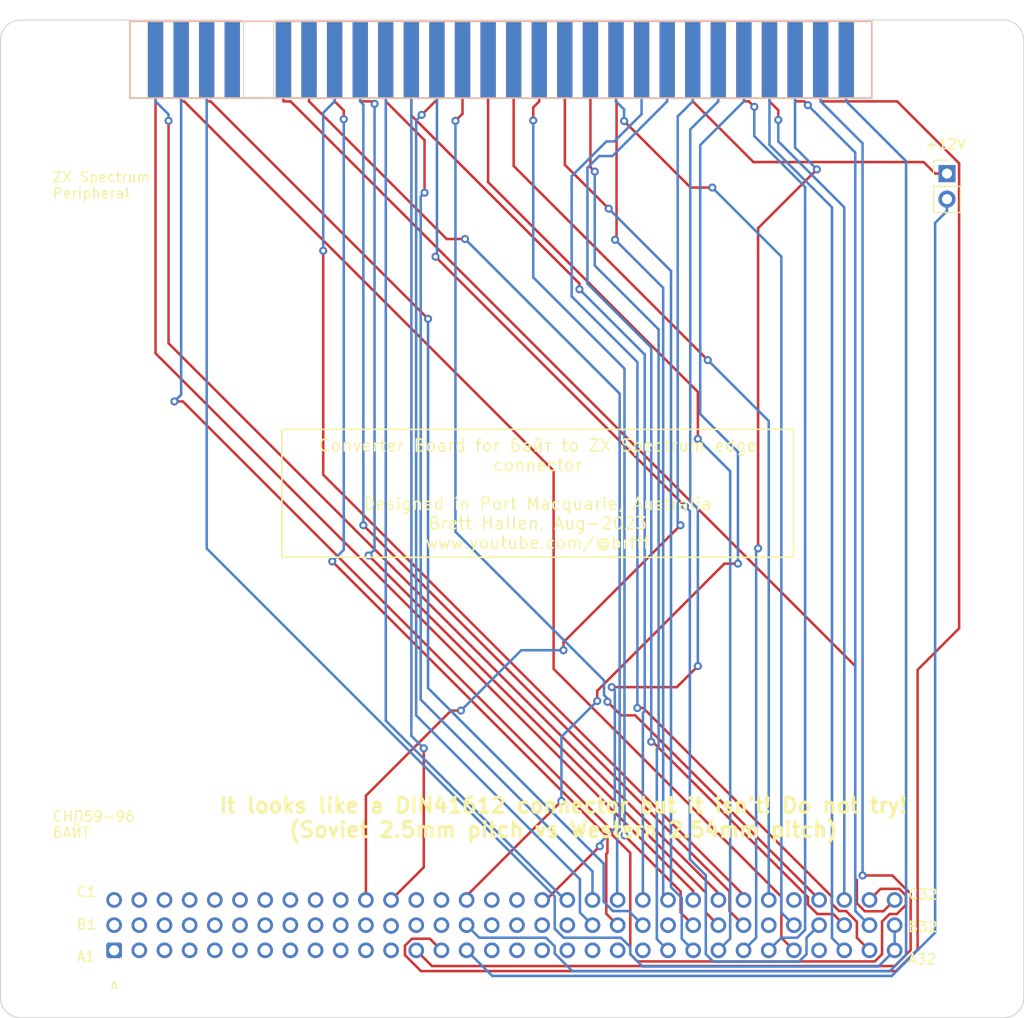
<source format=kicad_pcb>
(kicad_pcb (version 20221018) (generator pcbnew)
  (layers (0 "F.Cu" signal) (31 "B.Cu" signal) (34 "B.Paste" user) (35 "F.Paste" user) (36 "B.SilkS" user "B.Silkscreen") (37 "F.SilkS" user "F.Silkscreen") (38 "B.Mask" user) (39 "F.Mask" user) (44 "Edge.Cuts" user))
  (net 0 "")
  (net 1 "/GND")
  (net 13 "/A09")
  (net 14 "/A10")
  (net 22 "/~{RD}")
  (net 23 "/~{IORQ}")
  (net 24 "/~{NMI}")
  (net 25 "/~{BUSACK}")
  (net 26 "/~{M1}")
  (net 27 "/A13")
  (net 29 "/~{ROMCS}")
  (net 30 "/~{RESET}")
  (net 31 "/+5V")
  (net 45 "/A11")
  (net 50 "/D04")
  (net 51 "/D02")
  (net 52 "/D07")
  (net 54 "/~{MREQ}")
  (net 55 "/D06")
  (net 56 "/A00")
  (net 58 "/~{BUSREQ}")
  (net 59 "/A03")
  (net 60 "/A07")
  (net 61 "/A08")
  (net 71 "/A06")
  (net 74 "/A04")
  (net 77 "/A05")
  (net 78 "/A01")
  (net 79 "/D05")
  (net 80 "/D01")
  (net 81 "/D03")
  (net 82 "/~{WR}")
  (net 83 "/A15")
  (net 84 "/A14")
  (net 85 "/CLK")
  (net 86 "/~{HALT}")
  (net 87 "/~{WAIT}")
  (net 88 "/~{INT}")
  (net 89 "/~{RFSH}")
  (net 90 "/A12")
  (net 91 "/D00")
  (net 97 "/A02")
  (net 100 "/+12V_ZX")
  (net 105 "/+12V_BYTE")
  (footprint "CluelessEngineer:SNP59_96_Female" (layer "F.Cu") (at 67.1616 145.7071 90)
    (fp_text reference "J1" hide)
    (fp_text value "СНП59_96_03x32")
  )
  (footprint "zxbus:ZX_Bus_Edge_Connector" (layer "F.Cu") (at 104.2946 57.275)
    (fp_text reference "Z1" hide)
    (fp_text value "ZX48Bus")
  )
  (footprint "Connector_PinHeader_2.54mm:PinHeader_1x02_P2.54mm_Vertical" (layer "F.Cu") (at 149.86 68.58)
    (fp_text reference "J2" hide)
    (fp_text value "Conn_01x02_Pin" hide)
  )
  (gr_arc (start 157.48 150.4) (mid 156.894214 151.814214) (end 155.48 152.4) (stroke (width 0.1)) (layer "Edge.Cuts"))
  (gr_line (start 80 53.59) (end 80 61) (stroke (width 0.1)) (layer "Edge.Cuts"))
  (gr_line (start 83 61) (end 83 53.59) (stroke (width 0.1)) (layer "Edge.Cuts"))
  (gr_line (start 157.48 55.34) (end 157.48 150.4) (stroke (width 0.1)) (layer "Edge.Cuts"))
  (gr_arc (start 79.75 53.34) (mid 79.926777 53.413223) (end 80 53.59) (stroke (width 0.1)) (layer "Edge.Cuts"))
  (gr_line (start 155.48 152.4) (end 57.88 152.4) (stroke (width 0.1)) (layer "Edge.Cuts"))
  (gr_line (start 57.88 53.34) (end 79.75 53.34) (stroke (width 0.1)) (layer "Edge.Cuts"))
  (gr_line (start 80 61) (end 83 61) (stroke (width 0.1)) (layer "Edge.Cuts"))
  (gr_arc (start 155.48 53.34) (mid 156.894214 53.925786) (end 157.48 55.34) (stroke (width 0.1)) (layer "Edge.Cuts"))
  (gr_arc (start 83 53.59) (mid 83.073223 53.413223) (end 83.25 53.34) (stroke (width 0.1)) (layer "Edge.Cuts"))
  (gr_line (start 55.88 150.4) (end 55.88 55.34) (stroke (width 0.1)) (layer "Edge.Cuts"))
  (gr_line (start 155.48 53.34) (end 83.25 53.34) (stroke (width 0.1)) (layer "Edge.Cuts"))
  (gr_arc (start 55.88 55.34) (mid 56.465786 53.925786) (end 57.88 53.34) (stroke (width 0.1)) (layer "Edge.Cuts"))
  (gr_arc (start 57.88 152.4) (mid 56.465786 151.814214) (end 55.88 150.4) (stroke (width 0.1)) (layer "Edge.Cuts"))
  (gr_text "C32\n\nB32\n\nA32" (at 145.910077 147.180763) (layer "F.SilkS") (effects (font (size 1 1)) (justify left bottom)))
  (gr_text "+12V" (at 147.622002 66.244362) (layer "F.SilkS") (effects (font (size 1 1)) (justify left bottom)))
  (gr_text "ZX Spectrum\nPeripheral" (at 60.96 71.12) (layer "F.SilkS") (effects (font (size 1 1)) (justify left bottom)))
  (gr_text "СНП59-96\nБАЙТ" (at 60.96 134.62) (layer "F.SilkS") (effects (font (size 1 1)) (justify left bottom)))
  (gr_text "It looks like a DIN41612 connector but it isn't! Do not try!\n(Soviet 2.5mm pitch vs Western 2.54mm pitch)" (at 111.76 134.62) (layer "F.SilkS") (effects (font (size 1.5 1.5) (thickness 0.3) bold) (justify bottom)))
  (gr_text "C1\n\nB1\n\nA1" (at 63.338803 146.926453) (layer "F.SilkS") (effects (font (size 1 1)) (justify left bottom)))
  (gr_text_box "Converter Board for Байт to ZX Spectrum edge connector\n\nDesigned in Port Macquarie, Australia\nBrett Hallen, Aug-2023\nwww.youtube.com/@brfff" (start 83.82 93.98) (end 134.62 106.68) (layer "F.SilkS") (effects (font (size 1.2 1.2)) (justify top)) (stroke (width 0.15)))
  (segment (start 144.4373 138.2752) (end 146.2517 140.0896) (width 0.25) (layer "F.Cu") (net 13))
  (segment (start 144.6577 147.2695) (end 98.724 147.2695) (width 0.25) (layer "F.Cu") (net 13))
  (segment (start 98.724 147.2695) (end 97.1616 145.7071) (width 0.25) (layer "F.Cu") (net 13))
  (segment (start 146.2517 145.6755) (end 144.6577 147.2695) (width 0.25) (layer "F.Cu") (net 13))
  (segment (start 146.2517 140.0896) (end 146.2517 145.6755) (width 0.25) (layer "F.Cu") (net 13))
  (segment (start 141.4777 138.2752) (end 144.4373 138.2752) (width 0.25) (layer "F.Cu") (net 13))
  (via (at 141.4777 138.2752) (size 0.8) (drill 0.4) (layers "F.Cu" "B.Cu") (net 13))
  (segment (start 137.3146 61.4119) (end 141.4777 65.575) (width 0.25) (layer "B.Cu") (net 13))
  (segment (start 137.3146 57.275) (end 137.3146 61.4119) (width 0.25) (layer "B.Cu") (net 13))
  (segment (start 141.4777 65.575) (end 141.4777 138.2752) (width 0.25) (layer "B.Cu") (net 13))
  (segment (start 97.6299 147.7698) (end 96.0392 146.1791) (width 0.25) (layer "F.Cu") (net 14))
  (segment (start 96.0392 145.2493) (end 96.7324 144.5561) (width 0.25) (layer "F.Cu") (net 14))
  (segment (start 151.063 67.5623) (end 151.063 113.7393) (width 0.25) (layer "F.Cu") (net 14))
  (segment (start 137.3146 61.4119) (end 144.9126 61.4119) (width 0.25) (layer "F.Cu") (net 14))
  (segment (start 146.9437 145.628) (end 144.8019 147.7698) (width 0.25) (layer "F.Cu") (net 14))
  (segment (start 146.9437 117.8586) (end 146.9437 145.628) (width 0.25) (layer "F.Cu") (net 14))
  (segment (start 96.7324 144.5561) (end 98.5106 144.5561) (width 0.25) (layer "F.Cu") (net 14))
  (segment (start 144.9126 61.4119) (end 151.063 67.5623) (width 0.25) (layer "F.Cu") (net 14))
  (segment (start 151.063 113.7393) (end 146.9437 117.8586) (width 0.25) (layer "F.Cu") (net 14))
  (segment (start 96.0392 146.1791) (end 96.0392 145.2493) (width 0.25) (layer "F.Cu") (net 14))
  (segment (start 144.8019 147.7698) (end 97.6299 147.7698) (width 0.25) (layer "F.Cu") (net 14))
  (segment (start 137.3146 57.275) (end 137.3146 61.4119) (width 0.25) (layer "F.Cu") (net 14))
  (segment (start 98.5106 144.5561) (end 99.6616 145.7071) (width 0.25) (layer "F.Cu") (net 14))
  (segment (start 114.4546 67.9506) (end 114.886 68.382) (width 0.25) (layer "F.Cu") (net 22))
  (segment (start 114.4546 57.275) (end 114.4546 67.9506) (width 0.25) (layer "F.Cu") (net 22))
  (via (at 114.886 68.382) (size 0.8) (drill 0.4) (layers "F.Cu" "B.Cu") (net 22))
  (segment (start 121.2236 125.5663) (end 121.0481 125.7418) (width 0.25) (layer "B.Cu") (net 22))
  (segment (start 121.0481 144.5936) (end 122.1616 145.7071) (width 0.25) (layer "B.Cu") (net 22))
  (segment (start 121.0481 125.7418) (end 121.0481 144.5936) (width 0.25) (layer "B.Cu") (net 22))
  (segment (start 121.2236 84.0559) (end 121.2236 125.5663) (width 0.25) (layer "B.Cu") (net 22))
  (segment (start 114.886 77.7183) (end 121.2236 84.0559) (width 0.25) (layer "B.Cu") (net 22))
  (segment (start 114.886 68.382) (end 114.886 77.7183) (width 0.25) (layer "B.Cu") (net 22))
  (segment (start 111.9146 57.275) (end 111.9146 67.7099) (width 0.25) (layer "F.Cu") (net 23))
  (segment (start 111.9146 67.7099) (end 116.2693 72.0646) (width 0.25) (layer "F.Cu") (net 23))
  (via (at 116.2693 72.0646) (size 0.8) (drill 0.4) (layers "F.Cu" "B.Cu") (net 23))
  (segment (start 116.2693 72.0646) (end 122.4574 78.2527) (width 0.25) (layer "B.Cu") (net 23))
  (segment (start 123.5241 144.5696) (end 124.6616 145.7071) (width 0.25) (layer "B.Cu") (net 23))
  (segment (start 122.4574 78.2527) (end 122.4574 139.4401) (width 0.25) (layer "B.Cu") (net 23))
  (segment (start 122.4574 139.4401) (end 123.5241 140.5068) (width 0.25) (layer "B.Cu") (net 23))
  (segment (start 123.5241 140.5068) (end 123.5241 144.5696) (width 0.25) (layer "B.Cu") (net 23))
  (segment (start 125.1244 90.2605) (end 125.1244 94.9292) (width 0.25) (layer "F.Cu") (net 24))
  (segment (start 104.2946 57.275) (end 104.2946 69.4307) (width 0.25) (layer "F.Cu") (net 24))
  (segment (start 104.2946 69.4307) (end 125.1244 90.2605) (width 0.25) (layer "F.Cu") (net 24))
  (via (at 125.1244 94.9292) (size 0.8) (drill 0.4) (layers "F.Cu" "B.Cu") (net 24))
  (segment (start 125.1244 94.9292) (end 128.3335 98.1383) (width 0.25) (layer "B.Cu") (net 24))
  (segment (start 128.3335 144.5352) (end 127.1616 145.7071) (width 0.25) (layer "B.Cu") (net 24))
  (segment (start 128.3335 98.1383) (end 128.3335 144.5352) (width 0.25) (layer "B.Cu") (net 24))
  (segment (start 131.1046 105.7934) (end 131.1046 74.0038) (width 0.25) (layer "F.Cu") (net 25))
  (segment (start 131.1046 74.0038) (end 136.9427 68.1657) (width 0.25) (layer "F.Cu") (net 25))
  (via (at 136.9427 68.1657) (size 0.8) (drill 0.4) (layers "F.Cu" "B.Cu") (net 25))
  (via (at 131.1046 105.7934) (size 0.8) (drill 0.4) (layers "F.Cu" "B.Cu") (net 25))
  (segment (start 134.7746 65.9976) (end 134.7746 57.275) (width 0.25) (layer "B.Cu") (net 25))
  (segment (start 129.6616 145.7071) (end 130.9116 144.4571) (width 0.25) (layer "B.Cu") (net 25))
  (segment (start 136.9427 68.1657) (end 134.7746 65.9976) (width 0.25) (layer "B.Cu") (net 25))
  (segment (start 130.9116 105.9864) (end 131.1046 105.7934) (width 0.25) (layer "B.Cu") (net 25))
  (segment (start 130.9116 144.4571) (end 130.9116 105.9864) (width 0.25) (layer "B.Cu") (net 25))
  (segment (start 130.7251 61.9505) (end 130.1865 61.4119) (width 0.25) (layer "F.Cu") (net 26))
  (segment (start 130.1865 61.4119) (end 129.6946 61.4119) (width 0.25) (layer "F.Cu") (net 26))
  (segment (start 129.6946 57.275) (end 129.6946 61.4119) (width 0.25) (layer "F.Cu") (net 26))
  (via (at 130.7251 61.9505) (size 0.8) (drill 0.4) (layers "F.Cu" "B.Cu") (net 26))
  (segment (start 135.7732 69.9067) (end 135.7732 143.6755) (width 0.25) (layer "B.Cu") (net 26))
  (segment (start 135.7732 143.6755) (end 134.9916 144.4571) (width 0.25) (layer "B.Cu") (net 26))
  (segment (start 134.9916 144.4571) (end 133.4116 144.4571) (width 0.25) (layer "B.Cu") (net 26))
  (segment (start 130.7251 61.9505) (end 130.7251 64.8586) (width 0.25) (layer "B.Cu") (net 26))
  (segment (start 133.4116 144.4571) (end 132.1616 145.7071) (width 0.25) (layer "B.Cu") (net 26))
  (segment (start 130.7251 64.8586) (end 135.7732 69.9067) (width 0.25) (layer "B.Cu") (net 26))
  (segment (start 74.1208 61.4119) (end 110.8023 98.0934) (width 0.25) (layer "F.Cu") (net 27))
  (segment (start 133.4116 140.3767) (end 133.4116 144.4571) (width 0.25) (layer "F.Cu") (net 27))
  (segment (start 73.8146 57.275) (end 73.8146 61.4119) (width 0.25) (layer "F.Cu") (net 27))
  (segment (start 73.8146 61.4119) (end 74.1208 61.4119) (width 0.25) (layer "F.Cu") (net 27))
  (segment (start 110.8023 117.7674) (end 133.4116 140.3767) (width 0.25) (layer "F.Cu") (net 27))
  (segment (start 110.8023 98.0934) (end 110.8023 117.7674) (width 0.25) (layer "F.Cu") (net 27))
  (segment (start 133.4116 144.4571) (end 134.6616 145.7071) (width 0.25) (layer "F.Cu") (net 27))
  (segment (start 139.6616 145.7071) (end 138.4416 144.4871) (width 0.25) (layer "B.Cu") (net 29))
  (segment (start 138.4416 144.4871) (end 138.4416 71.936) (width 0.25) (layer "B.Cu") (net 29))
  (segment (start 132.2346 65.729) (end 132.2346 61.4119) (width 0.25) (layer "B.Cu") (net 29))
  (segment (start 132.2346 57.275) (end 132.2346 61.4119) (width 0.25) (layer "B.Cu") (net 29))
  (segment (start 138.4416 71.936) (end 132.2346 65.729) (width 0.25) (layer "B.Cu") (net 29))
  (segment (start 139.1449 141.809) (end 138.4116 141.0757) (width 0.25) (layer "F.Cu") (net 30))
  (segment (start 119.7037 121.6488) (end 119.1203 121.6488) (width 0.25) (layer "F.Cu") (net 30))
  (segment (start 142.1616 145.7071) (end 140.9116 144.4571) (width 0.25) (layer "F.Cu") (net 30))
  (segment (start 139.8438 141.809) (end 139.1449 141.809) (width 0.25) (layer "F.Cu") (net 30))
  (segment (start 140.9116 142.8768) (end 139.8438 141.809) (width 0.25) (layer "F.Cu") (net 30))
  (segment (start 138.4116 140.3567) (end 119.7037 121.6488) (width 0.25) (layer "F.Cu") (net 30))
  (segment (start 138.4116 141.0757) (end 138.4116 140.3567) (width 0.25) (layer "F.Cu") (net 30))
  (segment (start 140.9116 144.4571) (end 140.9116 142.8768) (width 0.25) (layer "F.Cu") (net 30))
  (via (at 119.1203 121.6488) (size 0.8) (drill 0.4) (layers "F.Cu" "B.Cu") (net 30))
  (segment (start 112.5928 80.776) (end 119.1203 87.3035) (width 0.25) (layer "B.Cu") (net 30))
  (segment (start 116.0423 65.3898) (end 112.5928 68.8393) (width 0.25) (layer "B.Cu") (net 30))
  (segment (start 119.5346 62.6822) (end 116.827 65.3898) (width 0.25) (layer "B.Cu") (net 30))
  (segment (start 119.5346 57.275) (end 119.5346 62.6822) (width 0.25) (layer "B.Cu") (net 30))
  (segment (start 116.827 65.3898) (end 116.0423 65.3898) (width 0.25) (layer "B.Cu") (net 30))
  (segment (start 112.5928 68.8393) (end 112.5928 80.776) (width 0.25) (layer "B.Cu") (net 30))
  (segment (start 119.1203 87.3035) (end 119.1203 121.6488) (width 0.25) (layer "B.Cu") (net 30))
  (segment (start 119.6299 147.3105) (end 143.0582 147.3105) (width 0.25) (layer "B.Cu") (net 31))
  (segment (start 144.6616 145.7071) (end 144.6616 143.2071) (width 0.25) (layer "B.Cu") (net 31))
  (segment (start 143.0582 147.3105) (end 144.6616 145.7071) (width 0.25) (layer "B.Cu") (net 31))
  (segment (start 110.9116 143.5672) (end 111.8015 144.4571) (width 0.25) (layer "B.Cu") (net 31))
  (segment (start 117.4918 144.4571) (end 118.4116 145.3769) (width 0.25) (layer "B.Cu") (net 31))
  (segment (start 118.4116 146.0922) (end 119.6299 147.3105) (width 0.25) (layer "B.Cu") (net 31))
  (segment (start 76.3546 57.275) (end 76.3546 105.802) (width 0.25) (layer "B.Cu") (net 31))
  (segment (start 110.9116 140.359) (end 110.9116 143.5672) (width 0.25) (layer "B.Cu") (net 31))
  (segment (start 111.8015 144.4571) (end 117.4918 144.4571) (width 0.25) (layer "B.Cu") (net 31))
  (segment (start 76.3546 105.802) (end 110.9116 140.359) (width 0.25) (layer "B.Cu") (net 31))
  (segment (start 118.4116 145.3769) (end 118.4116 146.0922) (width 0.25) (layer "B.Cu") (net 31))
  (segment (start 110.9116 146.0239) (end 112.6694 147.7817) (width 0.25) (layer "B.Cu") (net 45))
  (segment (start 102.1616 143.2071) (end 103.4116 144.4571) (width 0.25) (layer "B.Cu") (net 45))
  (segment (start 145.7995 67.3568) (end 139.8546 61.4119) (width 0.25) (layer "B.Cu") (net 45))
  (segment (start 145.7995 146.1582) (end 145.7995 67.3568) (width 0.25) (layer "B.Cu") (net 45))
  (segment (start 110.0534 144.4571) (end 110.9116 145.3153) (width 0.25) (layer "B.Cu") (net 45))
  (segment (start 139.8546 57.275) (end 139.8546 61.4119) (width 0.25) (layer "B.Cu") (net 45))
  (segment (start 110.9116 145.3153) (end 110.9116 146.0239) (width 0.25) (layer "B.Cu") (net 45))
  (segment (start 103.4116 144.4571) (end 110.0534 144.4571) (width 0.25) (layer "B.Cu") (net 45))
  (segment (start 144.176 147.7817) (end 145.7995 146.1582) (width 0.25) (layer "B.Cu") (net 45))
  (segment (start 112.6694 147.7817) (end 144.176 147.7817) (width 0.25) (layer "B.Cu") (net 45))
  (segment (start 99.2146 61.4119) (end 99.0418 61.4119) (width 0.25) (layer "F.Cu") (net 50))
  (segment (start 99.0418 61.4119) (end 97.7011 62.7526) (width 0.25) (layer "F.Cu") (net 50))
  (segment (start 99.2146 57.275) (end 99.2146 61.4119) (width 0.25) (layer "F.Cu") (net 50))
  (via (at 97.7011 62.7526) (size 0.8) (drill 0.4) (layers "F.Cu" "B.Cu") (net 50))
  (segment (start 97.1527 122.3819) (end 113.4116 138.6408) (width 0.25) (layer "B.Cu") (net 50))
  (segment (start 113.4116 141.9571) (end 114.6616 143.2071) (width 0.25) (layer "B.Cu") (net 50))
  (segment (start 97.1527 63.301) (end 97.1527 122.3819) (width 0.25) (layer "B.Cu") (net 50))
  (segment (start 97.7011 62.7526) (end 97.1527 63.301) (width 0.25) (layer "B.Cu") (net 50))
  (segment (start 113.4116 138.6408) (end 113.4116 141.9571) (width 0.25) (layer "B.Cu") (net 50))
  (segment (start 117.1616 143.2071) (end 116.029 142.0745) (width 0.25) (layer "F.Cu") (net 51))
  (segment (start 116.029 136.131) (end 116.1464 136.0136) (width 0.25) (layer "F.Cu") (net 51))
  (segment (start 116.1464 134.4145) (end 88.8166 107.0847) (width 0.25) (layer "F.Cu") (net 51))
  (segment (start 89.0546 57.275) (end 89.0546 61.4119) (width 0.25) (layer "F.Cu") (net 51))
  (segment (start 116.029 142.0745) (end 116.029 136.131) (width 0.25) (layer "F.Cu") (net 51))
  (segment (start 89.9633 62.3206) (end 89.9633 63.1785) (width 0.25) (layer "F.Cu") (net 51))
  (segment (start 89.0546 61.4119) (end 89.9633 62.3206) (width 0.25) (layer "F.Cu") (net 51))
  (segment (start 116.1464 136.0136) (end 116.1464 134.4145) (width 0.25) (layer "F.Cu") (net 51))
  (via (at 89.9633 63.1785) (size 0.8) (drill 0.4) (layers "F.Cu" "B.Cu") (net 51))
  (via (at 88.8166 107.0847) (size 0.8) (drill 0.4) (layers "F.Cu" "B.Cu") (net 51))
  (segment (start 89.9633 105.938) (end 88.8166 107.0847) (width 0.25) (layer "B.Cu") (net 51))
  (segment (start 89.9633 63.1785) (end 89.9633 105.938) (width 0.25) (layer "B.Cu") (net 51))
  (segment (start 76.7379 61.4119) (end 98.3315 83.0055) (width 0.25) (layer "F.Cu") (net 52))
  (segment (start 76.3546 61.4119) (end 76.7379 61.4119) (width 0.25) (layer "F.Cu") (net 52))
  (segment (start 76.3546 57.275) (end 76.3546 61.4119) (width 0.25) (layer "F.Cu") (net 52))
  (via (at 98.3315 83.0055) (size 0.8) (drill 0.4) (layers "F.Cu" "B.Cu") (net 52))
  (segment (start 98.3315 119.6626) (end 115.7635 137.0946) (width 0.25) (layer "B.Cu") (net 52))
  (segment (start 115.7635 140.869) (end 116.7035 141.809) (width 0.25) (layer "B.Cu") (net 52))
  (segment (start 115.7635 137.0946) (end 115.7635 140.869) (width 0.25) (layer "B.Cu") (net 52))
  (segment (start 116.7035 141.809) (end 118.2635 141.809) (width 0.25) (layer "B.Cu") (net 52))
  (segment (start 98.3315 83.0055) (end 98.3315 119.6626) (width 0.25) (layer "B.Cu") (net 52))
  (segment (start 118.2635 141.809) (end 119.6616 143.2071) (width 0.25) (layer "B.Cu") (net 52))
  (segment (start 123.4116 139.8704) (end 117.8362 134.295) (width 0.25) (layer "F.Cu") (net 54))
  (segment (start 108.7776 62.0089) (end 108.7776 63.3074) (width 0.25) (layer "F.Cu") (net 54))
  (segment (start 124.6616 143.2071) (end 123.4116 141.9571) (width 0.25) (layer "F.Cu") (net 54))
  (segment (start 109.3746 61.4119) (end 108.7776 62.0089) (width 0.25) (layer "F.Cu") (net 54))
  (segment (start 123.4116 141.9571) (end 123.4116 139.8704) (width 0.25) (layer "F.Cu") (net 54))
  (segment (start 109.3746 57.275) (end 109.3746 61.4119) (width 0.25) (layer "F.Cu") (net 54))
  (via (at 117.8362 134.295) (size 0.8) (drill 0.4) (layers "F.Cu" "B.Cu") (net 54))
  (via (at 108.7776 63.3074) (size 0.8) (drill 0.4) (layers "F.Cu" "B.Cu") (net 54))
  (segment (start 117.8362 87.9466) (end 117.8362 134.295) (width 0.25) (layer "B.Cu") (net 54))
  (segment (start 108.7776 78.888) (end 117.8362 87.9466) (width 0.25) (layer "B.Cu") (net 54))
  (segment (start 108.7776 63.3074) (end 108.7776 78.888) (width 0.25) (layer "B.Cu") (net 54))
  (segment (start 127.1616 143.2071) (end 125.9116 141.9571) (width 0.25) (layer "F.Cu") (net 55))
  (segment (start 125.9116 139.9807) (end 92.4326 106.5017) (width 0.25) (layer "F.Cu") (net 55))
  (segment (start 91.5946 57.275) (end 91.5946 61.4119) (width 0.25) (layer "F.Cu") (net 55))
  (segment (start 91.5946 61.4119) (end 92.7762 61.4119) (width 0.25) (layer "F.Cu") (net 55))
  (segment (start 92.7762 61.4119) (end 93.0211 61.6568) (width 0.25) (layer "F.Cu") (net 55))
  (segment (start 125.9116 141.9571) (end 125.9116 139.9807) (width 0.25) (layer "F.Cu") (net 55))
  (via (at 92.4326 106.5017) (size 0.8) (drill 0.4) (layers "F.Cu" "B.Cu") (net 55))
  (via (at 93.0211 61.6568) (size 0.8) (drill 0.4) (layers "F.Cu" "B.Cu") (net 55))
  (segment (start 93.0211 105.9132) (end 92.4326 106.5017) (width 0.25) (layer "B.Cu") (net 55))
  (segment (start 93.0211 61.6568) (end 93.0211 105.9132) (width 0.25) (layer "B.Cu") (net 55))
  (segment (start 91.9076 103.4963) (end 128.2635 139.8522) (width 0.25) (layer "F.Cu") (net 56))
  (segment (start 128.2635 141.809) (end 129.6616 143.2071) (width 0.25) (layer "F.Cu") (net 56))
  (segment (start 128.2635 139.8522) (end 128.2635 141.809) (width 0.25) (layer "F.Cu") (net 56))
  (via (at 91.9076 103.4963) (size 0.8) (drill 0.4) (layers "F.Cu" "B.Cu") (net 56))
  (segment (start 91.5946 61.4119) (end 91.9076 61.7249) (width 0.25) (layer "B.Cu") (net 56))
  (segment (start 91.5946 57.275) (end 91.5946 61.4119) (width 0.25) (layer "B.Cu") (net 56))
  (segment (start 91.9076 61.7249) (end 91.9076 103.4963) (width 0.25) (layer "B.Cu") (net 56))
  (segment (start 124.4007 69.9701) (end 117.7997 63.3691) (width 0.25) (layer "F.Cu") (net 58))
  (segment (start 126.5551 69.9701) (end 124.4007 69.9701) (width 0.25) (layer "F.Cu") (net 58))
  (via (at 126.5551 69.9701) (size 0.8) (drill 0.4) (layers "F.Cu" "B.Cu") (net 58))
  (via (at 117.7997 63.3691) (size 0.8) (drill 0.4) (layers "F.Cu" "B.Cu") (net 58))
  (segment (start 126.5551 69.9701) (end 133.4116 76.8266) (width 0.25) (layer "B.Cu") (net 58))
  (segment (start 117.7997 62.217) (end 117.7997 63.3691) (width 0.25) (layer "B.Cu") (net 58))
  (segment (start 133.4116 76.8266) (end 133.4116 141.9571) (width 0.25) (layer "B.Cu") (net 58))
  (segment (start 116.9946 57.275) (end 116.9946 61.4119) (width 0.25) (layer "B.Cu") (net 58))
  (segment (start 116.9946 61.4119) (end 117.7997 62.217) (width 0.25) (layer "B.Cu") (net 58))
  (segment (start 133.4116 141.9571) (end 134.6616 143.2071) (width 0.25) (layer "B.Cu") (net 58))
  (segment (start 99.074 76.842) (end 123.8494 101.6174) (width 0.25) (layer "F.Cu") (net 59))
  (segment (start 99.074 76.8378) (end 99.074 76.842) (width 0.25) (layer "F.Cu") (net 59))
  (via (at 99.074 76.8378) (size 0.8) (drill 0.4) (layers "F.Cu" "B.Cu") (net 59))
  (via (at 123.8494 101.6174) (size 0.8) (drill 0.4) (layers "F.Cu" "B.Cu") (net 59))
  (segment (start 124.3277 136.6744) (end 124.3277 102.0957) (width 0.25) (layer "B.Cu") (net 59))
  (segment (start 125.9116 138.2583) (end 124.3277 136.6744) (width 0.25) (layer "B.Cu") (net 59))
  (segment (start 126.6647 146.8411) (end 125.9116 146.088) (width 0.25) (layer "B.Cu") (net 59))
  (segment (start 99.2146 76.6972) (end 99.074 76.8378) (width 0.25) (layer "B.Cu") (net 59))
  (segment (start 124.3277 102.0957) (end 123.8494 101.6174) (width 0.25) (layer "B.Cu") (net 59))
  (segment (start 135.9116 144.4571) (end 135.9116 146.0817) (width 0.25) (layer "B.Cu") (net 59))
  (segment (start 135.1522 146.8411) (end 126.6647 146.8411) (width 0.25) (layer "B.Cu") (net 59))
  (segment (start 125.9116 146.088) (end 125.9116 138.2583) (width 0.25) (layer "B.Cu") (net 59))
  (segment (start 135.9116 146.0817) (end 135.1522 146.8411) (width 0.25) (layer "B.Cu") (net 59))
  (segment (start 137.1616 143.2071) (end 135.9116 144.4571) (width 0.25) (layer "B.Cu") (net 59))
  (segment (start 99.2146 57.275) (end 99.2146 76.6972) (width 0.25) (layer "B.Cu") (net 59))
  (segment (start 138.5585 142.104) (end 136.9947 142.104) (width 0.25) (layer "F.Cu") (net 60))
  (segment (start 120.6295 125.0033) (end 120.4935 125.0033) (width 0.25) (layer "F.Cu") (net 60))
  (segment (start 136.0512 140.425) (end 120.6295 125.0033) (width 0.25) (layer "F.Cu") (net 60))
  (segment (start 136.0512 141.1605) (end 136.0512 140.425) (width 0.25) (layer "F.Cu") (net 60))
  (segment (start 139.6616 143.2071) (end 138.5585 142.104) (width 0.25) (layer "F.Cu") (net 60))
  (segment (start 136.9947 142.104) (end 136.0512 141.1605) (width 0.25) (layer "F.Cu") (net 60))
  (via (at 120.4935 125.0033) (size 0.8) (drill 0.4) (layers "F.Cu" "B.Cu") (net 60))
  (segment (start 114.1591 68.0062) (end 114.1591 79.5196) (width 0.25) (layer "B.Cu") (net 60))
  (segment (start 116.6458 66.8407) (end 115.3246 66.8407) (width 0.25) (layer "B.Cu") (net 60))
  (segment (start 122.0746 57.275) (end 122.0746 61.4119) (width 0.25) (layer "B.Cu") (net 60))
  (segment (start 114.1591 79.5196) (end 120.4935 85.854) (width 0.25) (layer "B.Cu") (net 60))
  (segment (start 122.0746 61.4119) (end 116.6458 66.8407) (width 0.25) (layer "B.Cu") (net 60))
  (segment (start 115.3246 66.8407) (end 114.1591 68.0062) (width 0.25) (layer "B.Cu") (net 60))
  (segment (start 120.4935 85.854) (end 120.4935 125.0033) (width 0.25) (layer "B.Cu") (net 60))
  (segment (start 134.7746 61.4119) (end 135.6702 61.4119) (width 0.25) (layer "F.Cu") (net 61))
  (segment (start 135.6702 61.4119) (end 136.0446 61.7863) (width 0.25) (layer "F.Cu") (net 61))
  (segment (start 134.7746 57.275) (end 134.7746 61.4119) (width 0.25) (layer "F.Cu") (net 61))
  (via (at 136.0446 61.7863) (size 0.8) (drill 0.4) (layers "F.Cu" "B.Cu") (net 61))
  (segment (start 140.7635 141.809) (end 142.1616 143.2071) (width 0.25) (layer "B.Cu") (net 61))
  (segment (start 136.0446 61.7863) (end 140.7508 66.4925) (width 0.25) (layer "B.Cu") (net 61))
  (segment (start 140.7508 138.5762) (end 140.7635 138.5889) (width 0.25) (layer "B.Cu") (net 61))
  (segment (start 140.7635 138.5889) (end 140.7635 141.809) (width 0.25) (layer "B.Cu") (net 61))
  (segment (start 140.7508 66.4925) (end 140.7508 138.5762) (width 0.25) (layer "B.Cu") (net 61))
  (segment (start 100.617 121.9024) (end 92.1616 130.3578) (width 0.25) (layer "F.Cu") (net 71))
  (segment (start 123.3926 103.5029) (end 111.7831 115.1124) (width 0.25) (layer "F.Cu") (net 71))
  (segment (start 92.1616 130.3578) (end 92.1616 140.7071) (width 0.25) (layer "F.Cu") (net 71))
  (segment (start 101.5992 121.9024) (end 100.617 121.9024) (width 0.25) (layer "F.Cu") (net 71))
  (segment (start 111.7831 115.1124) (end 111.7831 115.9106) (width 0.25) (layer "F.Cu") (net 71))
  (via (at 123.3926 103.5029) (size 0.8) (drill 0.4) (layers "F.Cu" "B.Cu") (net 71))
  (via (at 101.5992 121.9024) (size 0.8) (drill 0.4) (layers "F.Cu" "B.Cu") (net 71))
  (via (at 111.7831 115.9106) (size 0.8) (drill 0.4) (layers "F.Cu" "B.Cu") (net 71))
  (segment (start 111.7831 115.9106) (end 107.591 115.9106) (width 0.25) (layer "B.Cu") (net 71))
  (segment (start 123.1224 103.2327) (end 123.3926 103.5029) (width 0.25) (layer "B.Cu") (net 71))
  (segment (start 107.591 115.9106) (end 101.5992 121.9024) (width 0.25) (layer "B.Cu") (net 71))
  (segment (start 123.1224 62.9041) (end 123.1224 103.2327) (width 0.25) (layer "B.Cu") (net 71))
  (segment (start 124.6146 57.275) (end 124.6146 61.4119) (width 0.25) (layer "B.Cu") (net 71))
  (segment (start 124.6146 61.4119) (end 123.1224 62.9041) (width 0.25) (layer "B.Cu") (net 71))
  (segment (start 102.1616 140.296) (end 102.1616 140.7071) (width 0.25) (layer "F.Cu") (net 74))
  (segment (start 129.1013 107.3126) (end 127.7597 107.3126) (width 0.25) (layer "F.Cu") (net 74))
  (segment (start 127.7597 107.3126) (end 115.1299 119.9424) (width 0.25) (layer "F.Cu") (net 74))
  (segment (start 115.1299 119.9424) (end 115.1299 120.9467) (width 0.25) (layer "F.Cu") (net 74))
  (segment (start 111.5773 130.8803) (end 102.1616 140.296) (width 0.25) (layer "F.Cu") (net 74))
  (via (at 115.1299 120.9467) (size 0.8) (drill 0.4) (layers "F.Cu" "B.Cu") (net 74))
  (via (at 129.1013 107.3126) (size 0.8) (drill 0.4) (layers "F.Cu" "B.Cu") (net 74))
  (via (at 111.5773 130.8803) (size 0.8) (drill 0.4) (layers "F.Cu" "B.Cu") (net 74))
  (segment (start 129.6946 61.4119) (end 125.3573 65.7492) (width 0.25) (layer "B.Cu") (net 74))
  (segment (start 115.1299 120.9467) (end 111.5773 124.4993) (width 0.25) (layer "B.Cu") (net 74))
  (segment (start 129.6946 57.275) (end 129.6946 61.4119) (width 0.25) (layer "B.Cu") (net 74))
  (segment (start 125.3573 65.7492) (end 125.3573 92.4626) (width 0.25) (layer "B.Cu") (net 74))
  (segment (start 129.1013 96.2066) (end 129.1013 107.3126) (width 0.25) (layer "B.Cu") (net 74))
  (segment (start 125.3573 92.4626) (end 129.1013 96.2066) (width 0.25) (layer "B.Cu") (net 74))
  (segment (start 111.5773 124.4993) (end 111.5773 130.8803) (width 0.25) (layer "B.Cu") (net 74))
  (segment (start 125.122 117.4855) (end 123.0314 119.5761) (width 0.25) (layer "F.Cu") (net 77))
  (segment (start 123.0314 119.5761) (end 116.5686 119.5761) (width 0.25) (layer "F.Cu") (net 77))
  (segment (start 110.0501 140.7071) (end 115.3854 135.3718) (width 0.25) (layer "F.Cu") (net 77))
  (segment (start 109.6616 140.7071) (end 110.0501 140.7071) (width 0.25) (layer "F.Cu") (net 77))
  (via (at 125.122 117.4855) (size 0.8) (drill 0.4) (layers "F.Cu" "B.Cu") (net 77))
  (via (at 115.3854 135.3718) (size 0.8) (drill 0.4) (layers "F.Cu" "B.Cu") (net 77))
  (via (at 116.5686 119.5761) (size 0.8) (drill 0.4) (layers "F.Cu" "B.Cu") (net 77))
  (segment (start 116.5686 119.5761) (end 116.8773 119.8848) (width 0.25) (layer "B.Cu") (net 77))
  (segment (start 115.3854 135.0788) (end 115.3854 135.3718) (width 0.25) (layer "B.Cu") (net 77))
  (segment (start 116.8773 119.8848) (end 116.8773 133.5869) (width 0.25) (layer "B.Cu") (net 77))
  (segment (start 127.1546 57.275) (end 127.1546 61.4119) (width 0.25) (layer "B.Cu") (net 77))
  (segment (start 125.122 117.4855) (end 125.122 101.862) (width 0.25) (layer "B.Cu") (net 77))
  (segment (start 125.122 101.862) (end 124.3657 101.1057) (width 0.25) (layer "B.Cu") (net 77))
  (segment (start 116.8773 133.5869) (end 115.3854 135.0788) (width 0.25) (layer "B.Cu") (net 77))
  (segment (start 124.3657 64.2008) (end 127.1546 61.4119) (width 0.25) (layer "B.Cu") (net 77))
  (segment (start 124.3657 101.1057) (end 124.3657 64.2008) (width 0.25) (layer "B.Cu") (net 77))
  (segment (start 111.9382 140.7071) (end 94.1346 122.9035) (width 0.25) (layer "B.Cu") (net 78))
  (segment (start 94.1346 57.275) (end 94.1346 61.4119) (width 0.25) (layer "B.Cu") (net 78))
  (segment (start 112.1616 140.7071) (end 111.9382 140.7071) (width 0.25) (layer "B.Cu") (net 78))
  (segment (start 94.1346 122.9035) (end 94.1346 61.4119) (width 0.25) (layer "B.Cu") (net 78))
  (segment (start 94.1346 61.4119) (end 97.9851 65.2624) (width 0.25) (layer "F.Cu") (net 79))
  (segment (start 94.1346 57.275) (end 94.1346 61.4119) (width 0.25) (layer "F.Cu") (net 79))
  (segment (start 97.9851 65.2624) (end 97.9851 70.4814) (width 0.25) (layer "F.Cu") (net 79))
  (via (at 97.9851 70.4814) (size 0.8) (drill 0.4) (layers "F.Cu" "B.Cu") (net 79))
  (segment (start 97.6046 70.8619) (end 97.6046 120.816) (width 0.25) (layer "B.Cu") (net 79))
  (segment (start 114.6616 137.873) (end 114.6616 140.7071) (width 0.25) (layer "B.Cu") (net 79))
  (segment (start 97.6046 120.816) (end 114.6616 137.873) (width 0.25) (layer "B.Cu") (net 79))
  (segment (start 97.9851 70.4814) (end 97.6046 70.8619) (width 0.25) (layer "B.Cu") (net 79))
  (segment (start 100.1799 75.0772) (end 102.0021 75.0772) (width 0.25) (layer "F.Cu") (net 80))
  (segment (start 86.5146 57.275) (end 86.5146 61.4119) (width 0.25) (layer "F.Cu") (net 80))
  (segment (start 86.5146 61.4119) (end 100.1799 75.0772) (width 0.25) (layer "F.Cu") (net 80))
  (via (at 102.0021 75.0772) (size 0.8) (drill 0.4) (layers "F.Cu" "B.Cu") (net 80))
  (segment (start 117.3583 90.4334) (end 117.3583 133.745) (width 0.25) (layer "B.Cu") (net 80))
  (segment (start 102.0021 75.0772) (end 117.3583 90.4334) (width 0.25) (layer "B.Cu") (net 80))
  (segment (start 117.1069 133.9964) (end 117.1069 140.6524) (width 0.25) (layer "B.Cu") (net 80))
  (segment (start 117.3583 133.745) (end 117.1069 133.9964) (width 0.25) (layer "B.Cu") (net 80))
  (segment (start 117.1069 140.6524) (end 117.1616 140.7071) (width 0.25) (layer "B.Cu") (net 80))
  (segment (start 96.6746 62.8088) (end 113.364 79.4982) (width 0.25) (layer "F.Cu") (net 81))
  (segment (start 113.364 79.4982) (end 113.364 80.0706) (width 0.25) (layer "F.Cu") (net 81))
  (segment (start 96.6746 61.4119) (end 96.6746 62.8088) (width 0.25) (layer "F.Cu") (net 81))
  (segment (start 96.6746 57.275) (end 96.6746 61.4119) (width 0.25) (layer "F.Cu") (net 81))
  (via (at 113.364 80.0706) (size 0.8) (drill 0.4) (layers "F.Cu" "B.Cu") (net 81))
  (segment (start 119.6616 122.1355) (end 119.8472 121.9499) (width 0.25) (layer "B.Cu") (net 81))
  (segment (start 119.8472 121.9499) (end 119.8472 86.5538) (width 0.25) (layer "B.Cu") (net 81))
  (segment (start 119.6616 140.7071) (end 119.6616 122.1355) (width 0.25) (layer "B.Cu") (net 81))
  (segment (start 119.8472 86.5538) (end 113.364 80.0706) (width 0.25) (layer "B.Cu") (net 81))
  (segment (start 116.9946 57.275) (end 116.9946 61.4119) (width 0.25) (layer "F.Cu") (net 82))
  (segment (start 117.0513 75.0021) (end 116.9022 75.1512) (width 0.25) (layer "F.Cu") (net 82))
  (segment (start 116.9946 61.4119) (end 117.0513 61.4686) (width 0.25) (layer "F.Cu") (net 82))
  (segment (start 117.0513 61.4686) (end 117.0513 75.0021) (width 0.25) (layer "F.Cu") (net 82))
  (via (at 116.9022 75.1512) (size 0.8) (drill 0.4) (layers "F.Cu" "B.Cu") (net 82))
  (segment (start 122.1616 140.7071) (end 121.6785 140.224) (width 0.25) (layer "B.Cu") (net 82))
  (segment (start 121.6785 140.224) (end 121.6785 79.9275) (width 0.25) (layer "B.Cu") (net 82))
  (segment (start 121.6785 79.9275) (end 116.9022 75.1512) (width 0.25) (layer "B.Cu") (net 82))
  (segment (start 71.2746 86.427) (end 124.6616 139.814) (width 0.25) (layer "F.Cu") (net 83))
  (segment (start 71.2746 57.275) (end 71.2746 86.427) (width 0.25) (layer "F.Cu") (net 83))
  (segment (start 124.6616 139.814) (end 124.6616 140.7071) (width 0.25) (layer "F.Cu") (net 83))
  (segment (start 72.5656 85.4303) (end 72.5656 63.344) (width 0.25) (layer "F.Cu") (net 84))
  (segment (start 127.1616 140.0263) (end 72.5656 85.4303) (width 0.25) (layer "F.Cu") (net 84))
  (segment (start 127.1616 140.7071) (end 127.1616 140.0263) (width 0.25) (layer "F.Cu") (net 84))
  (via (at 72.5656 63.344) (size 0.8) (drill 0.4) (layers "F.Cu" "B.Cu") (net 84))
  (segment (start 72.5656 62.7029) (end 72.5656 63.344) (width 0.25) (layer "B.Cu") (net 84))
  (segment (start 71.2746 61.4119) (end 72.5656 62.7029) (width 0.25) (layer "B.Cu") (net 84))
  (segment (start 71.2746 57.275) (end 71.2746 61.4119) (width 0.25) (layer "B.Cu") (net 84))
  (segment (start 129.6616 140.2223) (end 87.9226 98.4833) (width 0.25) (layer "F.Cu") (net 85))
  (segment (start 87.9226 98.4833) (end 87.9226 76.243) (width 0.25) (layer "F.Cu") (net 85))
  (segment (start 129.6616 140.7071) (end 129.6616 140.2223) (width 0.25) (layer "F.Cu") (net 85))
  (via (at 87.9226 76.243) (size 0.8) (drill 0.4) (layers "F.Cu" "B.Cu") (net 85))
  (segment (start 87.9226 62.5439) (end 87.9226 76.243) (width 0.25) (layer "B.Cu") (net 85))
  (segment (start 89.0546 61.4119) (end 87.9226 62.5439) (width 0.25) (layer "B.Cu") (net 85))
  (segment (start 89.0546 57.275) (end 89.0546 61.4119) (width 0.25) (layer "B.Cu") (net 85))
  (segment (start 106.8346 57.275) (end 106.8346 61.4119) (width 0.25) (layer "F.Cu") (net 86))
  (segment (start 106.8346 67.8284) (end 126.1079 87.1017) (width 0.25) (layer "F.Cu") (net 86))
  (segment (start 106.8346 61.4119) (end 106.8346 67.8284) (width 0.25) (layer "F.Cu") (net 86))
  (via (at 126.1079 87.1017) (size 0.8) (drill 0.4) (layers "F.Cu" "B.Cu") (net 86))
  (segment (start 132.1616 140.7071) (end 132.1616 93.1554) (width 0.25) (layer "B.Cu") (net 86))
  (segment (start 132.1616 93.1554) (end 126.1079 87.1017) (width 0.25) (layer "B.Cu") (net 86))
  (segment (start 101.7546 57.275) (end 101.7546 62.6416) (width 0.25) (layer "F.Cu") (net 88))
  (segment (start 118.8971 122.3757) (end 137.1616 140.6402) (width 0.25) (layer "F.Cu") (net 88))
  (segment (start 116.1488 121.0316) (end 117.4929 122.3757) (width 0.25) (layer "F.Cu") (net 88))
  (segment (start 137.1616 140.6402) (end 137.1616 140.7071) (width 0.25) (layer "F.Cu") (net 88))
  (segment (start 117.4929 122.3757) (end 118.8971 122.3757) (width 0.25) (layer "F.Cu") (net 88))
  (segment (start 101.7546 62.6416) (end 101.0522 63.344) (width 0.25) (layer "F.Cu") (net 88))
  (via (at 101.0522 63.344) (size 0.8) (drill 0.4) (layers "F.Cu" "B.Cu") (net 88))
  (via (at 116.1488 121.0316) (size 0.8) (drill 0.4) (layers "F.Cu" "B.Cu") (net 88))
  (segment (start 101.0522 104.1517) (end 101.0522 63.344) (width 0.25) (layer "B.Cu") (net 88))
  (segment (start 115.8063 120.3691) (end 115.8063 118.9058) (width 0.25) (layer "B.Cu") (net 88))
  (segment (start 116.1488 121.0316) (end 116.1488 120.7116) (width 0.25) (layer "B.Cu") (net 88))
  (segment (start 116.1488 120.7116) (end 115.8063 120.3691) (width 0.25) (layer "B.Cu") (net 88))
  (segment (start 115.8063 118.9058) (end 101.0522 104.1517) (width 0.25) (layer "B.Cu") (net 88))
  (segment (start 133.1092 62.2865) (end 133.1092 63.2499) (width 0.25) (layer "F.Cu") (net 89))
  (segment (start 132.2346 57.275) (end 132.2346 61.4119) (width 0.25) (layer "F.Cu") (net 89))
  (segment (start 132.2346 61.4119) (end 133.1092 62.2865) (width 0.25) (layer "F.Cu") (net 89))
  (via (at 133.1092 63.2499) (size 0.8) (drill 0.4) (layers "F.Cu" "B.Cu") (net 89))
  (segment (start 133.1092 65.3785) (end 139.6616 71.9309) (width 0.25) (layer "B.Cu") (net 89))
  (segment (start 139.6616 71.9309) (end 139.6616 140.7071) (width 0.25) (layer "B.Cu") (net 89))
  (segment (start 133.1092 63.2499) (end 133.1092 65.3785) (width 0.25) (layer "B.Cu") (net 89))
  (segment (start 142.1616 140.7071) (end 143.2635 139.6052) (width 0.25) (layer "F.Cu") (net 90))
  (segment (start 143.4116 142.8499) (end 143.4116 146.088) (width 0.25) (layer "F.Cu") (net 90))
  (segment (start 118.4116 136.0354) (end 116.5968 134.2206) (width 0.25) (layer "F.Cu") (net 90))
  (segment (start 143.2635 139.6052) (end 145.1222 139.6052) (width 0.25) (layer "F.Cu") (net 90))
  (segment (start 145.7809 141.1977) (end 144.8734 142.1052) (width 0.25) (layer "F.Cu") (net 90))
  (segment (start 116.5968 133.8166) (end 73.9868 91.2066) (width 0.25) (layer "F.Cu") (net 90))
  (segment (start 144.8734 142.1052) (end 144.1563 142.1052) (width 0.25) (layer "F.Cu") (net 90))
  (segment (start 73.9868 91.2066) (end 73.1515 91.2066) (width 0.25) (layer "F.Cu") (net 90))
  (segment (start 116.5968 134.2206) (end 116.5968 133.8166) (width 0.25) (layer "F.Cu") (net 90))
  (segment (start 118.4116 146.088) (end 118.4116 136.0354) (width 0.25) (layer "F.Cu") (net 90))
  (segment (start 145.7809 140.2639) (end 145.7809 141.1977) (width 0.25) (layer "F.Cu") (net 90))
  (segment (start 119.1326 146.809) (end 118.4116 146.088) (width 0.25) (layer "F.Cu") (net 90))
  (segment (start 144.1563 142.1052) (end 143.4116 142.8499) (width 0.25) (layer "F.Cu") (net 90))
  (segment (start 143.4116 146.088) (end 142.6906 146.809) (width 0.25) (layer "F.Cu") (net 90))
  (segment (start 145.1222 139.6052) (end 145.7809 140.2639) (width 0.25) (layer "F.Cu") (net 90))
  (segment (start 142.6906 146.809) (end 119.1326 146.809) (width 0.25) (layer "F.Cu") (net 90))
  (via (at 73.1515 91.2066) (size 0.8) (drill 0.4) (layers "F.Cu" "B.Cu") (net 90))
  (segment (start 73.8146 57.275) (end 73.8146 90.5435) (width 0.25) (layer "B.Cu") (net 90))
  (segment (start 73.8146 90.5435) (end 73.1515 91.2066) (width 0.25) (layer "B.Cu") (net 90))
  (segment (start 140.9116 138.737) (end 140.9116 141.0373) (width 0.25) (layer "F.Cu") (net 91))
  (segment (start 140.9116 141.0373) (end 141.7038 141.8295) (width 0.25) (layer "F.Cu") (net 91))
  (segment (start 140.7508 138.5762) (end 140.9116 138.737) (width 0.25) (layer "F.Cu") (net 91))
  (segment (start 83.9746 57.275) (end 83.9746 61.4119) (width 0.25) (layer "F.Cu") (net 91))
  (segment (start 83.9746 61.4119) (end 84.6761 61.4119) (width 0.25) (layer "F.Cu") (net 91))
  (segment (start 143.5392 141.8295) (end 144.6616 140.7071) (width 0.25) (layer "F.Cu") (net 91))
  (segment (start 84.6761 61.4119) (end 140.7508 117.4866) (width 0.25) (layer "F.Cu") (net 91))
  (segment (start 141.7038 141.8295) (end 143.5392 141.8295) (width 0.25) (layer "F.Cu") (net 91))
  (segment (start 140.7508 117.4866) (end 140.7508 138.5762) (width 0.25) (layer "F.Cu") (net 91))
  (segment (start 97.9078 137.4609) (end 97.9078 125.6488) (width 0.25) (layer "F.Cu") (net 97))
  (segment (start 94.6616 140.7071) (end 97.9078 137.4609) (width 0.25) (layer "F.Cu") (net 97))
  (via (at 97.9078 125.6488) (size 0.8) (drill 0.4) (layers "F.Cu" "B.Cu") (net 97))
  (segment (start 96.6746 57.275) (end 96.6746 61.4119) (width 0.25) (layer "B.Cu") (net 97))
  (segment (start 97.9078 125.6488) (end 96.6746 124.4156) (width 0.25) (layer "B.Cu") (net 97))
  (segment (start 96.6746 124.4156) (end 96.6746 61.4119) (width 0.25) (layer "B.Cu") (net 97))
  (segment (start 130.6415 67.4388) (end 124.6146 61.4119) (width 0.25) (layer "F.Cu") (net 100))
  (segment (start 149.86 68.58) (end 148.6831 68.58) (width 0.25) (layer "F.Cu") (net 100))
  (segment (start 147.5419 67.4388) (end 130.6415 67.4388) (width 0.25) (layer "F.Cu") (net 100))
  (segment (start 148.6831 68.58) (end 147.5419 67.4388) (width 0.25) (layer "F.Cu") (net 100))
  (segment (start 124.6146 57.275) (end 124.6146 61.4119) (width 0.25) (layer "F.Cu") (net 100))
  (segment (start 149.86 71.12) (end 149.86 72.2969) (width 0.25) (layer "B.Cu") (net 105))
  (segment (start 104.7041 148.2496) (end 144.3796 148.2496) (width 0.25) (layer "B.Cu") (net 105))
  (segment (start 144.3796 148.2496) (end 148.6831 143.9461) (width 0.25) (layer "B.Cu") (net 105))
  (segment (start 148.6831 143.9461) (end 148.6831 73.4738) (width 0.25) (layer "B.Cu") (net 105))
  (segment (start 148.6831 73.4738) (end 149.86 72.2969) (width 0.25) (layer "B.Cu") (net 105))
  (segment (start 102.1616 145.7071) (end 104.7041 148.2496) (width 0.25) (layer "B.Cu") (net 105))
)
</source>
